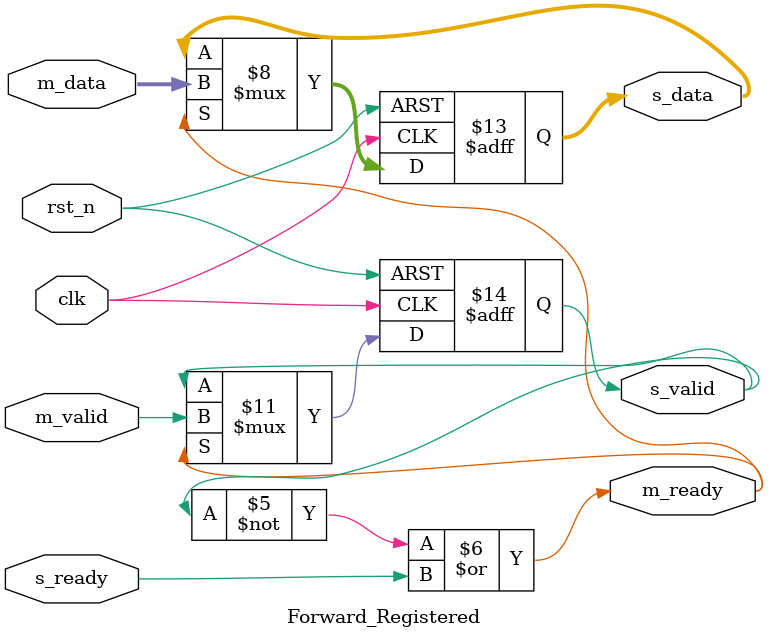
<source format=v>
module Forward_Registered #( parameter WIDTH = 8)(
	input clk,
	input rst_n,
	input m_valid,
	input [WIDTH-1:0] m_data,
	output m_ready,
	output reg s_valid,
	output reg [WIDTH-1:0] s_data,
	input s_ready
	);
		
	always @(posedge clk or negedge rst_n) begin
		if (!rst_n) begin
			s_valid <= 1'b0;
		end
		else if(m_ready) begin
			s_valid <= m_valid;
		end
		else begin
			s_valid <= s_valid;
		end
	end

	always @(posedge clk or negedge rst_n) begin
		if (!rst_n) begin
			s_data <= {WIDTH{1'b0}};
		end
		else if(m_ready) begin
			s_data <= m_data;
		end
		else begin
			s_data <= s_data;
		end
	end
	
	assign m_ready = ~s_valid | s_ready;
endmodule 
</source>
